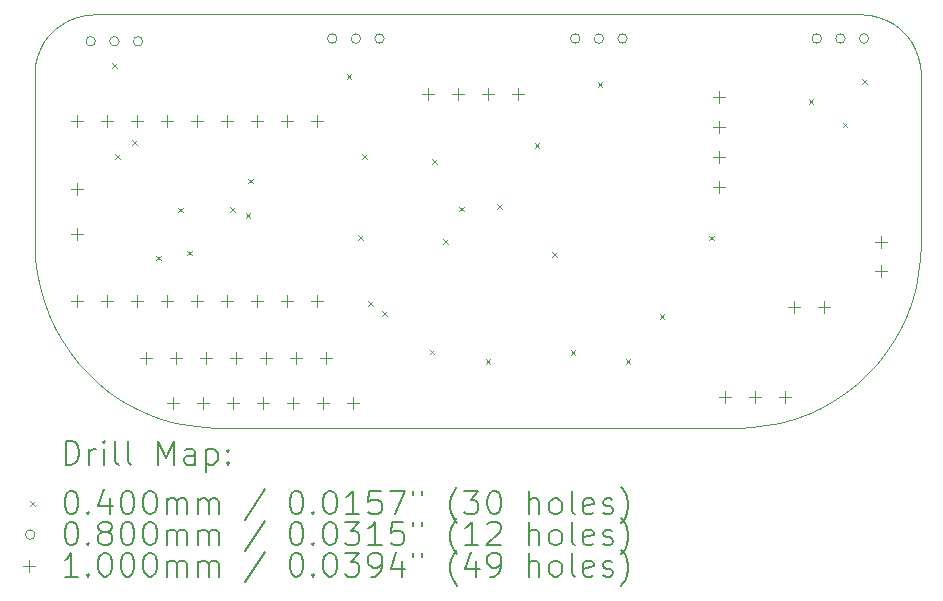
<source format=gbr>
%TF.GenerationSoftware,KiCad,Pcbnew,7.0.7*%
%TF.CreationDate,2024-09-13T11:59:38-05:00*%
%TF.ProjectId,LASK5,4c41534b-352e-46b6-9963-61645f706362,rev?*%
%TF.SameCoordinates,Original*%
%TF.FileFunction,Drillmap*%
%TF.FilePolarity,Positive*%
%FSLAX45Y45*%
G04 Gerber Fmt 4.5, Leading zero omitted, Abs format (unit mm)*
G04 Created by KiCad (PCBNEW 7.0.7) date 2024-09-13 11:59:38*
%MOMM*%
%LPD*%
G01*
G04 APERTURE LIST*
%ADD10C,0.003779*%
%ADD11C,0.200000*%
%ADD12C,0.040000*%
%ADD13C,0.080000*%
%ADD14C,0.100000*%
G04 APERTURE END LIST*
D10*
X12526400Y-10036100D02*
X12412200Y-9994000D01*
X18316499Y-9816000D02*
X18215299Y-9883600D01*
X18663099Y-6657200D02*
X18725700Y-6691400D01*
X11814500Y-6632300D02*
X11884200Y-6617100D01*
X18109100Y-9943100D02*
X17998599Y-9994000D01*
X18837399Y-9155200D02*
X18786500Y-9265700D01*
X18727000Y-9371900D02*
X18659399Y-9473100D01*
X11475700Y-6971100D02*
X11500600Y-6904300D01*
X17998599Y-9994000D02*
X17884399Y-10036100D01*
X15205400Y-10112000D02*
X13005400Y-10112000D01*
X12883800Y-10107200D02*
X12762900Y-10092900D01*
X11455400Y-7112000D02*
X11460500Y-7040800D01*
X11573400Y-9155200D02*
X11531300Y-9041000D01*
X11500600Y-6904300D02*
X11534800Y-6841700D01*
X18912599Y-8923800D02*
X18879499Y-9041000D01*
X12195500Y-9883600D02*
X12094300Y-9816000D01*
X11683800Y-9371900D02*
X11624300Y-9265700D01*
X18659399Y-9473100D02*
X18583999Y-9568600D01*
X11826800Y-9568600D02*
X11751400Y-9473100D01*
X12412200Y-9994000D02*
X12301700Y-9943100D01*
X17884399Y-10036100D02*
X17767199Y-10069200D01*
X11747700Y-6657200D02*
X11814500Y-6632300D01*
X12762900Y-10092900D02*
X12643600Y-10069200D01*
X11460500Y-7040800D02*
X11475700Y-6971100D01*
X18482200Y-9675740D02*
X18411999Y-9740600D01*
X18501399Y-9658000D02*
X18482200Y-9675740D01*
X17767199Y-10069200D02*
X17647900Y-10092900D01*
X11884200Y-6617100D02*
X11928600Y-6613920D01*
X18786500Y-9265700D02*
X18727000Y-9371900D01*
X12643600Y-10069200D02*
X12526400Y-10036100D01*
X18583999Y-9568600D02*
X18501399Y-9658000D01*
X18955399Y-8362000D02*
X18955399Y-8562000D01*
X11624300Y-9265700D02*
X11573400Y-9155200D01*
X17647900Y-10092900D02*
X17527000Y-10107200D01*
X18482200Y-6613920D02*
X18526600Y-6617100D01*
X18833299Y-6784600D02*
X18875999Y-6841700D01*
X17405400Y-10112000D02*
X15205400Y-10112000D01*
X18935099Y-6971100D02*
X18950300Y-7040800D01*
X11751400Y-9473100D02*
X11683800Y-9371900D01*
X11460200Y-8683600D02*
X11455400Y-8562000D01*
X18411999Y-9740600D02*
X18316499Y-9816000D01*
X11498200Y-8923800D02*
X11474500Y-8804500D01*
X11928600Y-6613920D02*
X11955400Y-6612000D01*
X11998800Y-9740600D02*
X11928600Y-9675740D01*
X13005400Y-10112000D02*
X12883800Y-10107200D01*
X18596299Y-6632300D02*
X18663099Y-6657200D01*
X18455399Y-6612000D02*
X18482200Y-6613920D01*
X18950599Y-8683600D02*
X18936299Y-8804500D01*
X11577500Y-6784600D02*
X11628000Y-6734100D01*
X18910200Y-6904300D02*
X18935099Y-6971100D01*
X11534800Y-6841700D02*
X11577500Y-6784600D01*
X18215299Y-9883600D02*
X18109100Y-9943100D01*
X11955400Y-6612000D02*
X15205400Y-6612000D01*
X11455400Y-8362000D02*
X11455400Y-7112000D01*
X12094300Y-9816000D02*
X11998800Y-9740600D01*
X11474500Y-8804500D02*
X11460200Y-8683600D01*
X18879499Y-9041000D02*
X18837399Y-9155200D01*
X18725700Y-6691400D02*
X18782799Y-6734100D01*
X11628000Y-6734100D02*
X11685100Y-6691400D01*
X11531300Y-9041000D02*
X11498200Y-8923800D01*
X18782799Y-6734100D02*
X18833299Y-6784600D01*
X18526600Y-6617100D02*
X18596299Y-6632300D01*
X11455400Y-8562000D02*
X11455400Y-8362000D01*
X11909400Y-9658000D02*
X11826800Y-9568600D01*
X11928600Y-9675740D02*
X11909400Y-9658000D01*
X17527000Y-10107200D02*
X17405400Y-10112000D01*
X12301700Y-9943100D02*
X12195500Y-9883600D01*
X18950300Y-7040800D02*
X18955399Y-7112000D01*
X18955399Y-7112000D02*
X18955399Y-8362000D01*
X15205400Y-6612000D02*
X18455399Y-6612000D01*
X11685100Y-6691400D02*
X11747700Y-6657200D01*
X18955399Y-8562000D02*
X18950599Y-8683600D01*
X18875999Y-6841700D02*
X18910200Y-6904300D01*
X18936299Y-8804500D02*
X18912599Y-8923800D01*
D11*
D12*
X12107480Y-7026210D02*
X12147480Y-7066210D01*
X12147480Y-7026210D02*
X12107480Y-7066210D01*
X12134800Y-7796830D02*
X12174800Y-7836830D01*
X12174800Y-7796830D02*
X12134800Y-7836830D01*
X12277540Y-7676910D02*
X12317540Y-7716910D01*
X12317540Y-7676910D02*
X12277540Y-7716910D01*
X12480580Y-8654570D02*
X12520580Y-8694570D01*
X12520580Y-8654570D02*
X12480580Y-8694570D01*
X12669930Y-8248060D02*
X12709930Y-8288060D01*
X12709930Y-8248060D02*
X12669930Y-8288060D01*
X12743500Y-8612640D02*
X12783500Y-8652640D01*
X12783500Y-8612640D02*
X12743500Y-8652640D01*
X13106330Y-8243940D02*
X13146330Y-8283940D01*
X13146330Y-8243940D02*
X13106330Y-8283940D01*
X13239580Y-8292180D02*
X13279580Y-8332180D01*
X13279580Y-8292180D02*
X13239580Y-8332180D01*
X13258500Y-8003840D02*
X13298500Y-8043840D01*
X13298500Y-8003840D02*
X13258500Y-8043840D01*
X14096040Y-7115470D02*
X14136040Y-7155470D01*
X14136040Y-7115470D02*
X14096040Y-7155470D01*
X14193550Y-8482400D02*
X14233550Y-8522400D01*
X14233550Y-8482400D02*
X14193550Y-8522400D01*
X14228820Y-7796600D02*
X14268820Y-7836600D01*
X14268820Y-7796600D02*
X14228820Y-7836600D01*
X14274880Y-9040320D02*
X14314880Y-9080320D01*
X14314880Y-9040320D02*
X14274880Y-9080320D01*
X14393830Y-9124510D02*
X14433830Y-9164510D01*
X14433830Y-9124510D02*
X14393830Y-9164510D01*
X14798280Y-9451540D02*
X14838280Y-9491540D01*
X14838280Y-9451540D02*
X14798280Y-9491540D01*
X14817100Y-7839020D02*
X14857100Y-7879020D01*
X14857100Y-7839020D02*
X14817100Y-7879020D01*
X14914850Y-8514400D02*
X14954850Y-8554400D01*
X14954850Y-8514400D02*
X14914850Y-8554400D01*
X15047800Y-8240600D02*
X15087800Y-8280600D01*
X15087800Y-8240600D02*
X15047800Y-8280600D01*
X15270800Y-9531180D02*
X15310800Y-9571180D01*
X15310800Y-9531180D02*
X15270800Y-9571180D01*
X15369800Y-8217970D02*
X15409800Y-8257970D01*
X15409800Y-8217970D02*
X15369800Y-8257970D01*
X15686810Y-7699500D02*
X15726810Y-7739500D01*
X15726810Y-7699500D02*
X15686810Y-7739500D01*
X15831910Y-8624540D02*
X15871910Y-8664540D01*
X15871910Y-8624540D02*
X15831910Y-8664540D01*
X15991070Y-9453750D02*
X16031070Y-9493750D01*
X16031070Y-9453750D02*
X15991070Y-9493750D01*
X16220030Y-7186970D02*
X16260030Y-7226970D01*
X16260030Y-7186970D02*
X16220030Y-7226970D01*
X16456800Y-9532130D02*
X16496800Y-9572130D01*
X16496800Y-9532130D02*
X16456800Y-9572130D01*
X16745290Y-9147470D02*
X16785290Y-9187470D01*
X16785290Y-9147470D02*
X16745290Y-9187470D01*
X17164360Y-8484710D02*
X17204360Y-8524710D01*
X17204360Y-8484710D02*
X17164360Y-8524710D01*
X18006960Y-7332000D02*
X18046960Y-7372000D01*
X18046960Y-7332000D02*
X18006960Y-7372000D01*
X18294530Y-7528340D02*
X18334530Y-7568340D01*
X18334530Y-7528340D02*
X18294530Y-7568340D01*
X18457040Y-7162560D02*
X18497040Y-7202560D01*
X18497040Y-7162560D02*
X18457040Y-7202560D01*
D13*
X11968500Y-6839860D02*
G75*
G03*
X11968500Y-6839860I-40000J0D01*
G01*
X12168500Y-6839860D02*
G75*
G03*
X12168500Y-6839860I-40000J0D01*
G01*
X12368500Y-6839860D02*
G75*
G03*
X12368500Y-6839860I-40000J0D01*
G01*
X14013200Y-6816760D02*
G75*
G03*
X14013200Y-6816760I-40000J0D01*
G01*
X14213200Y-6816760D02*
G75*
G03*
X14213200Y-6816760I-40000J0D01*
G01*
X14413200Y-6816760D02*
G75*
G03*
X14413200Y-6816760I-40000J0D01*
G01*
X16070600Y-6816760D02*
G75*
G03*
X16070600Y-6816760I-40000J0D01*
G01*
X16270600Y-6816760D02*
G75*
G03*
X16270600Y-6816760I-40000J0D01*
G01*
X16470600Y-6816760D02*
G75*
G03*
X16470600Y-6816760I-40000J0D01*
G01*
X18115300Y-6816760D02*
G75*
G03*
X18115300Y-6816760I-40000J0D01*
G01*
X18315300Y-6816760D02*
G75*
G03*
X18315300Y-6816760I-40000J0D01*
G01*
X18515300Y-6816760D02*
G75*
G03*
X18515300Y-6816760I-40000J0D01*
G01*
D14*
X11811000Y-7468400D02*
X11811000Y-7568400D01*
X11761000Y-7518400D02*
X11861000Y-7518400D01*
X11811000Y-8039900D02*
X11811000Y-8139900D01*
X11761000Y-8089900D02*
X11861000Y-8089900D01*
X11811000Y-8420900D02*
X11811000Y-8520900D01*
X11761000Y-8470900D02*
X11861000Y-8470900D01*
X11811000Y-8992400D02*
X11811000Y-9092400D01*
X11761000Y-9042400D02*
X11861000Y-9042400D01*
X12065000Y-7468400D02*
X12065000Y-7568400D01*
X12015000Y-7518400D02*
X12115000Y-7518400D01*
X12065000Y-8992400D02*
X12065000Y-9092400D01*
X12015000Y-9042400D02*
X12115000Y-9042400D01*
X12319000Y-7468400D02*
X12319000Y-7568400D01*
X12269000Y-7518400D02*
X12369000Y-7518400D01*
X12319000Y-8992400D02*
X12319000Y-9092400D01*
X12269000Y-9042400D02*
X12369000Y-9042400D01*
X12395200Y-9475000D02*
X12395200Y-9575000D01*
X12345200Y-9525000D02*
X12445200Y-9525000D01*
X12573000Y-7468400D02*
X12573000Y-7568400D01*
X12523000Y-7518400D02*
X12623000Y-7518400D01*
X12573000Y-8992400D02*
X12573000Y-9092400D01*
X12523000Y-9042400D02*
X12623000Y-9042400D01*
X12623800Y-9856000D02*
X12623800Y-9956000D01*
X12573800Y-9906000D02*
X12673800Y-9906000D01*
X12649200Y-9475000D02*
X12649200Y-9575000D01*
X12599200Y-9525000D02*
X12699200Y-9525000D01*
X12827000Y-7468400D02*
X12827000Y-7568400D01*
X12777000Y-7518400D02*
X12877000Y-7518400D01*
X12827000Y-8992400D02*
X12827000Y-9092400D01*
X12777000Y-9042400D02*
X12877000Y-9042400D01*
X12877800Y-9856000D02*
X12877800Y-9956000D01*
X12827800Y-9906000D02*
X12927800Y-9906000D01*
X12903200Y-9475000D02*
X12903200Y-9575000D01*
X12853200Y-9525000D02*
X12953200Y-9525000D01*
X13081000Y-7468400D02*
X13081000Y-7568400D01*
X13031000Y-7518400D02*
X13131000Y-7518400D01*
X13081000Y-8992400D02*
X13081000Y-9092400D01*
X13031000Y-9042400D02*
X13131000Y-9042400D01*
X13131800Y-9856000D02*
X13131800Y-9956000D01*
X13081800Y-9906000D02*
X13181800Y-9906000D01*
X13157200Y-9475000D02*
X13157200Y-9575000D01*
X13107200Y-9525000D02*
X13207200Y-9525000D01*
X13335000Y-7468400D02*
X13335000Y-7568400D01*
X13285000Y-7518400D02*
X13385000Y-7518400D01*
X13335000Y-8992400D02*
X13335000Y-9092400D01*
X13285000Y-9042400D02*
X13385000Y-9042400D01*
X13385800Y-9856000D02*
X13385800Y-9956000D01*
X13335800Y-9906000D02*
X13435800Y-9906000D01*
X13411200Y-9475000D02*
X13411200Y-9575000D01*
X13361200Y-9525000D02*
X13461200Y-9525000D01*
X13589000Y-7468400D02*
X13589000Y-7568400D01*
X13539000Y-7518400D02*
X13639000Y-7518400D01*
X13589000Y-8992400D02*
X13589000Y-9092400D01*
X13539000Y-9042400D02*
X13639000Y-9042400D01*
X13639800Y-9856000D02*
X13639800Y-9956000D01*
X13589800Y-9906000D02*
X13689800Y-9906000D01*
X13665200Y-9475000D02*
X13665200Y-9575000D01*
X13615200Y-9525000D02*
X13715200Y-9525000D01*
X13843000Y-7468400D02*
X13843000Y-7568400D01*
X13793000Y-7518400D02*
X13893000Y-7518400D01*
X13843000Y-8992400D02*
X13843000Y-9092400D01*
X13793000Y-9042400D02*
X13893000Y-9042400D01*
X13893800Y-9856000D02*
X13893800Y-9956000D01*
X13843800Y-9906000D02*
X13943800Y-9906000D01*
X13919200Y-9475000D02*
X13919200Y-9575000D01*
X13869200Y-9525000D02*
X13969200Y-9525000D01*
X14147800Y-9856000D02*
X14147800Y-9956000D01*
X14097800Y-9906000D02*
X14197800Y-9906000D01*
X14782800Y-7239800D02*
X14782800Y-7339800D01*
X14732800Y-7289800D02*
X14832800Y-7289800D01*
X15036800Y-7239800D02*
X15036800Y-7339800D01*
X14986800Y-7289800D02*
X15086800Y-7289800D01*
X15290800Y-7239800D02*
X15290800Y-7339800D01*
X15240800Y-7289800D02*
X15340800Y-7289800D01*
X15544800Y-7239800D02*
X15544800Y-7339800D01*
X15494800Y-7289800D02*
X15594800Y-7289800D01*
X17246600Y-7265200D02*
X17246600Y-7365200D01*
X17196600Y-7315200D02*
X17296600Y-7315200D01*
X17246600Y-7519200D02*
X17246600Y-7619200D01*
X17196600Y-7569200D02*
X17296600Y-7569200D01*
X17246600Y-7773200D02*
X17246600Y-7873200D01*
X17196600Y-7823200D02*
X17296600Y-7823200D01*
X17246600Y-8027200D02*
X17246600Y-8127200D01*
X17196600Y-8077200D02*
X17296600Y-8077200D01*
X17297400Y-9805200D02*
X17297400Y-9905200D01*
X17247400Y-9855200D02*
X17347400Y-9855200D01*
X17551400Y-9805200D02*
X17551400Y-9905200D01*
X17501400Y-9855200D02*
X17601400Y-9855200D01*
X17805400Y-9805200D02*
X17805400Y-9905200D01*
X17755400Y-9855200D02*
X17855400Y-9855200D01*
X17881600Y-9043200D02*
X17881600Y-9143200D01*
X17831600Y-9093200D02*
X17931600Y-9093200D01*
X18135600Y-9043200D02*
X18135600Y-9143200D01*
X18085600Y-9093200D02*
X18185600Y-9093200D01*
X18618200Y-8488400D02*
X18618200Y-8588400D01*
X18568200Y-8538400D02*
X18668200Y-8538400D01*
X18618200Y-8738400D02*
X18618200Y-8838400D01*
X18568200Y-8788400D02*
X18668200Y-8788400D01*
D11*
X11715988Y-10423673D02*
X11715988Y-10223673D01*
X11715988Y-10223673D02*
X11763607Y-10223673D01*
X11763607Y-10223673D02*
X11792178Y-10233197D01*
X11792178Y-10233197D02*
X11811226Y-10252244D01*
X11811226Y-10252244D02*
X11820750Y-10271292D01*
X11820750Y-10271292D02*
X11830274Y-10309387D01*
X11830274Y-10309387D02*
X11830274Y-10337958D01*
X11830274Y-10337958D02*
X11820750Y-10376054D01*
X11820750Y-10376054D02*
X11811226Y-10395101D01*
X11811226Y-10395101D02*
X11792178Y-10414149D01*
X11792178Y-10414149D02*
X11763607Y-10423673D01*
X11763607Y-10423673D02*
X11715988Y-10423673D01*
X11915988Y-10423673D02*
X11915988Y-10290339D01*
X11915988Y-10328435D02*
X11925512Y-10309387D01*
X11925512Y-10309387D02*
X11935035Y-10299863D01*
X11935035Y-10299863D02*
X11954083Y-10290339D01*
X11954083Y-10290339D02*
X11973131Y-10290339D01*
X12039797Y-10423673D02*
X12039797Y-10290339D01*
X12039797Y-10223673D02*
X12030274Y-10233197D01*
X12030274Y-10233197D02*
X12039797Y-10242720D01*
X12039797Y-10242720D02*
X12049321Y-10233197D01*
X12049321Y-10233197D02*
X12039797Y-10223673D01*
X12039797Y-10223673D02*
X12039797Y-10242720D01*
X12163607Y-10423673D02*
X12144559Y-10414149D01*
X12144559Y-10414149D02*
X12135035Y-10395101D01*
X12135035Y-10395101D02*
X12135035Y-10223673D01*
X12268369Y-10423673D02*
X12249321Y-10414149D01*
X12249321Y-10414149D02*
X12239797Y-10395101D01*
X12239797Y-10395101D02*
X12239797Y-10223673D01*
X12496940Y-10423673D02*
X12496940Y-10223673D01*
X12496940Y-10223673D02*
X12563607Y-10366530D01*
X12563607Y-10366530D02*
X12630274Y-10223673D01*
X12630274Y-10223673D02*
X12630274Y-10423673D01*
X12811226Y-10423673D02*
X12811226Y-10318911D01*
X12811226Y-10318911D02*
X12801702Y-10299863D01*
X12801702Y-10299863D02*
X12782655Y-10290339D01*
X12782655Y-10290339D02*
X12744559Y-10290339D01*
X12744559Y-10290339D02*
X12725512Y-10299863D01*
X12811226Y-10414149D02*
X12792178Y-10423673D01*
X12792178Y-10423673D02*
X12744559Y-10423673D01*
X12744559Y-10423673D02*
X12725512Y-10414149D01*
X12725512Y-10414149D02*
X12715988Y-10395101D01*
X12715988Y-10395101D02*
X12715988Y-10376054D01*
X12715988Y-10376054D02*
X12725512Y-10357006D01*
X12725512Y-10357006D02*
X12744559Y-10347482D01*
X12744559Y-10347482D02*
X12792178Y-10347482D01*
X12792178Y-10347482D02*
X12811226Y-10337958D01*
X12906464Y-10290339D02*
X12906464Y-10490339D01*
X12906464Y-10299863D02*
X12925512Y-10290339D01*
X12925512Y-10290339D02*
X12963607Y-10290339D01*
X12963607Y-10290339D02*
X12982655Y-10299863D01*
X12982655Y-10299863D02*
X12992178Y-10309387D01*
X12992178Y-10309387D02*
X13001702Y-10328435D01*
X13001702Y-10328435D02*
X13001702Y-10385577D01*
X13001702Y-10385577D02*
X12992178Y-10404625D01*
X12992178Y-10404625D02*
X12982655Y-10414149D01*
X12982655Y-10414149D02*
X12963607Y-10423673D01*
X12963607Y-10423673D02*
X12925512Y-10423673D01*
X12925512Y-10423673D02*
X12906464Y-10414149D01*
X13087416Y-10404625D02*
X13096940Y-10414149D01*
X13096940Y-10414149D02*
X13087416Y-10423673D01*
X13087416Y-10423673D02*
X13077893Y-10414149D01*
X13077893Y-10414149D02*
X13087416Y-10404625D01*
X13087416Y-10404625D02*
X13087416Y-10423673D01*
X13087416Y-10299863D02*
X13096940Y-10309387D01*
X13096940Y-10309387D02*
X13087416Y-10318911D01*
X13087416Y-10318911D02*
X13077893Y-10309387D01*
X13077893Y-10309387D02*
X13087416Y-10299863D01*
X13087416Y-10299863D02*
X13087416Y-10318911D01*
D12*
X11415211Y-10732189D02*
X11455211Y-10772189D01*
X11455211Y-10732189D02*
X11415211Y-10772189D01*
D11*
X11754083Y-10643673D02*
X11773131Y-10643673D01*
X11773131Y-10643673D02*
X11792178Y-10653197D01*
X11792178Y-10653197D02*
X11801702Y-10662720D01*
X11801702Y-10662720D02*
X11811226Y-10681768D01*
X11811226Y-10681768D02*
X11820750Y-10719863D01*
X11820750Y-10719863D02*
X11820750Y-10767482D01*
X11820750Y-10767482D02*
X11811226Y-10805577D01*
X11811226Y-10805577D02*
X11801702Y-10824625D01*
X11801702Y-10824625D02*
X11792178Y-10834149D01*
X11792178Y-10834149D02*
X11773131Y-10843673D01*
X11773131Y-10843673D02*
X11754083Y-10843673D01*
X11754083Y-10843673D02*
X11735035Y-10834149D01*
X11735035Y-10834149D02*
X11725512Y-10824625D01*
X11725512Y-10824625D02*
X11715988Y-10805577D01*
X11715988Y-10805577D02*
X11706464Y-10767482D01*
X11706464Y-10767482D02*
X11706464Y-10719863D01*
X11706464Y-10719863D02*
X11715988Y-10681768D01*
X11715988Y-10681768D02*
X11725512Y-10662720D01*
X11725512Y-10662720D02*
X11735035Y-10653197D01*
X11735035Y-10653197D02*
X11754083Y-10643673D01*
X11906464Y-10824625D02*
X11915988Y-10834149D01*
X11915988Y-10834149D02*
X11906464Y-10843673D01*
X11906464Y-10843673D02*
X11896940Y-10834149D01*
X11896940Y-10834149D02*
X11906464Y-10824625D01*
X11906464Y-10824625D02*
X11906464Y-10843673D01*
X12087416Y-10710339D02*
X12087416Y-10843673D01*
X12039797Y-10634149D02*
X11992178Y-10777006D01*
X11992178Y-10777006D02*
X12115988Y-10777006D01*
X12230274Y-10643673D02*
X12249321Y-10643673D01*
X12249321Y-10643673D02*
X12268369Y-10653197D01*
X12268369Y-10653197D02*
X12277893Y-10662720D01*
X12277893Y-10662720D02*
X12287416Y-10681768D01*
X12287416Y-10681768D02*
X12296940Y-10719863D01*
X12296940Y-10719863D02*
X12296940Y-10767482D01*
X12296940Y-10767482D02*
X12287416Y-10805577D01*
X12287416Y-10805577D02*
X12277893Y-10824625D01*
X12277893Y-10824625D02*
X12268369Y-10834149D01*
X12268369Y-10834149D02*
X12249321Y-10843673D01*
X12249321Y-10843673D02*
X12230274Y-10843673D01*
X12230274Y-10843673D02*
X12211226Y-10834149D01*
X12211226Y-10834149D02*
X12201702Y-10824625D01*
X12201702Y-10824625D02*
X12192178Y-10805577D01*
X12192178Y-10805577D02*
X12182655Y-10767482D01*
X12182655Y-10767482D02*
X12182655Y-10719863D01*
X12182655Y-10719863D02*
X12192178Y-10681768D01*
X12192178Y-10681768D02*
X12201702Y-10662720D01*
X12201702Y-10662720D02*
X12211226Y-10653197D01*
X12211226Y-10653197D02*
X12230274Y-10643673D01*
X12420750Y-10643673D02*
X12439797Y-10643673D01*
X12439797Y-10643673D02*
X12458845Y-10653197D01*
X12458845Y-10653197D02*
X12468369Y-10662720D01*
X12468369Y-10662720D02*
X12477893Y-10681768D01*
X12477893Y-10681768D02*
X12487416Y-10719863D01*
X12487416Y-10719863D02*
X12487416Y-10767482D01*
X12487416Y-10767482D02*
X12477893Y-10805577D01*
X12477893Y-10805577D02*
X12468369Y-10824625D01*
X12468369Y-10824625D02*
X12458845Y-10834149D01*
X12458845Y-10834149D02*
X12439797Y-10843673D01*
X12439797Y-10843673D02*
X12420750Y-10843673D01*
X12420750Y-10843673D02*
X12401702Y-10834149D01*
X12401702Y-10834149D02*
X12392178Y-10824625D01*
X12392178Y-10824625D02*
X12382655Y-10805577D01*
X12382655Y-10805577D02*
X12373131Y-10767482D01*
X12373131Y-10767482D02*
X12373131Y-10719863D01*
X12373131Y-10719863D02*
X12382655Y-10681768D01*
X12382655Y-10681768D02*
X12392178Y-10662720D01*
X12392178Y-10662720D02*
X12401702Y-10653197D01*
X12401702Y-10653197D02*
X12420750Y-10643673D01*
X12573131Y-10843673D02*
X12573131Y-10710339D01*
X12573131Y-10729387D02*
X12582655Y-10719863D01*
X12582655Y-10719863D02*
X12601702Y-10710339D01*
X12601702Y-10710339D02*
X12630274Y-10710339D01*
X12630274Y-10710339D02*
X12649321Y-10719863D01*
X12649321Y-10719863D02*
X12658845Y-10738911D01*
X12658845Y-10738911D02*
X12658845Y-10843673D01*
X12658845Y-10738911D02*
X12668369Y-10719863D01*
X12668369Y-10719863D02*
X12687416Y-10710339D01*
X12687416Y-10710339D02*
X12715988Y-10710339D01*
X12715988Y-10710339D02*
X12735036Y-10719863D01*
X12735036Y-10719863D02*
X12744559Y-10738911D01*
X12744559Y-10738911D02*
X12744559Y-10843673D01*
X12839797Y-10843673D02*
X12839797Y-10710339D01*
X12839797Y-10729387D02*
X12849321Y-10719863D01*
X12849321Y-10719863D02*
X12868369Y-10710339D01*
X12868369Y-10710339D02*
X12896940Y-10710339D01*
X12896940Y-10710339D02*
X12915988Y-10719863D01*
X12915988Y-10719863D02*
X12925512Y-10738911D01*
X12925512Y-10738911D02*
X12925512Y-10843673D01*
X12925512Y-10738911D02*
X12935036Y-10719863D01*
X12935036Y-10719863D02*
X12954083Y-10710339D01*
X12954083Y-10710339D02*
X12982655Y-10710339D01*
X12982655Y-10710339D02*
X13001702Y-10719863D01*
X13001702Y-10719863D02*
X13011226Y-10738911D01*
X13011226Y-10738911D02*
X13011226Y-10843673D01*
X13401702Y-10634149D02*
X13230274Y-10891292D01*
X13658845Y-10643673D02*
X13677893Y-10643673D01*
X13677893Y-10643673D02*
X13696940Y-10653197D01*
X13696940Y-10653197D02*
X13706464Y-10662720D01*
X13706464Y-10662720D02*
X13715988Y-10681768D01*
X13715988Y-10681768D02*
X13725512Y-10719863D01*
X13725512Y-10719863D02*
X13725512Y-10767482D01*
X13725512Y-10767482D02*
X13715988Y-10805577D01*
X13715988Y-10805577D02*
X13706464Y-10824625D01*
X13706464Y-10824625D02*
X13696940Y-10834149D01*
X13696940Y-10834149D02*
X13677893Y-10843673D01*
X13677893Y-10843673D02*
X13658845Y-10843673D01*
X13658845Y-10843673D02*
X13639798Y-10834149D01*
X13639798Y-10834149D02*
X13630274Y-10824625D01*
X13630274Y-10824625D02*
X13620750Y-10805577D01*
X13620750Y-10805577D02*
X13611226Y-10767482D01*
X13611226Y-10767482D02*
X13611226Y-10719863D01*
X13611226Y-10719863D02*
X13620750Y-10681768D01*
X13620750Y-10681768D02*
X13630274Y-10662720D01*
X13630274Y-10662720D02*
X13639798Y-10653197D01*
X13639798Y-10653197D02*
X13658845Y-10643673D01*
X13811226Y-10824625D02*
X13820750Y-10834149D01*
X13820750Y-10834149D02*
X13811226Y-10843673D01*
X13811226Y-10843673D02*
X13801702Y-10834149D01*
X13801702Y-10834149D02*
X13811226Y-10824625D01*
X13811226Y-10824625D02*
X13811226Y-10843673D01*
X13944559Y-10643673D02*
X13963607Y-10643673D01*
X13963607Y-10643673D02*
X13982655Y-10653197D01*
X13982655Y-10653197D02*
X13992179Y-10662720D01*
X13992179Y-10662720D02*
X14001702Y-10681768D01*
X14001702Y-10681768D02*
X14011226Y-10719863D01*
X14011226Y-10719863D02*
X14011226Y-10767482D01*
X14011226Y-10767482D02*
X14001702Y-10805577D01*
X14001702Y-10805577D02*
X13992179Y-10824625D01*
X13992179Y-10824625D02*
X13982655Y-10834149D01*
X13982655Y-10834149D02*
X13963607Y-10843673D01*
X13963607Y-10843673D02*
X13944559Y-10843673D01*
X13944559Y-10843673D02*
X13925512Y-10834149D01*
X13925512Y-10834149D02*
X13915988Y-10824625D01*
X13915988Y-10824625D02*
X13906464Y-10805577D01*
X13906464Y-10805577D02*
X13896940Y-10767482D01*
X13896940Y-10767482D02*
X13896940Y-10719863D01*
X13896940Y-10719863D02*
X13906464Y-10681768D01*
X13906464Y-10681768D02*
X13915988Y-10662720D01*
X13915988Y-10662720D02*
X13925512Y-10653197D01*
X13925512Y-10653197D02*
X13944559Y-10643673D01*
X14201702Y-10843673D02*
X14087417Y-10843673D01*
X14144559Y-10843673D02*
X14144559Y-10643673D01*
X14144559Y-10643673D02*
X14125512Y-10672244D01*
X14125512Y-10672244D02*
X14106464Y-10691292D01*
X14106464Y-10691292D02*
X14087417Y-10700816D01*
X14382655Y-10643673D02*
X14287417Y-10643673D01*
X14287417Y-10643673D02*
X14277893Y-10738911D01*
X14277893Y-10738911D02*
X14287417Y-10729387D01*
X14287417Y-10729387D02*
X14306464Y-10719863D01*
X14306464Y-10719863D02*
X14354083Y-10719863D01*
X14354083Y-10719863D02*
X14373131Y-10729387D01*
X14373131Y-10729387D02*
X14382655Y-10738911D01*
X14382655Y-10738911D02*
X14392179Y-10757958D01*
X14392179Y-10757958D02*
X14392179Y-10805577D01*
X14392179Y-10805577D02*
X14382655Y-10824625D01*
X14382655Y-10824625D02*
X14373131Y-10834149D01*
X14373131Y-10834149D02*
X14354083Y-10843673D01*
X14354083Y-10843673D02*
X14306464Y-10843673D01*
X14306464Y-10843673D02*
X14287417Y-10834149D01*
X14287417Y-10834149D02*
X14277893Y-10824625D01*
X14458845Y-10643673D02*
X14592179Y-10643673D01*
X14592179Y-10643673D02*
X14506464Y-10843673D01*
X14658845Y-10643673D02*
X14658845Y-10681768D01*
X14735036Y-10643673D02*
X14735036Y-10681768D01*
X15030274Y-10919863D02*
X15020750Y-10910339D01*
X15020750Y-10910339D02*
X15001702Y-10881768D01*
X15001702Y-10881768D02*
X14992179Y-10862720D01*
X14992179Y-10862720D02*
X14982655Y-10834149D01*
X14982655Y-10834149D02*
X14973131Y-10786530D01*
X14973131Y-10786530D02*
X14973131Y-10748435D01*
X14973131Y-10748435D02*
X14982655Y-10700816D01*
X14982655Y-10700816D02*
X14992179Y-10672244D01*
X14992179Y-10672244D02*
X15001702Y-10653197D01*
X15001702Y-10653197D02*
X15020750Y-10624625D01*
X15020750Y-10624625D02*
X15030274Y-10615101D01*
X15087417Y-10643673D02*
X15211226Y-10643673D01*
X15211226Y-10643673D02*
X15144560Y-10719863D01*
X15144560Y-10719863D02*
X15173131Y-10719863D01*
X15173131Y-10719863D02*
X15192179Y-10729387D01*
X15192179Y-10729387D02*
X15201702Y-10738911D01*
X15201702Y-10738911D02*
X15211226Y-10757958D01*
X15211226Y-10757958D02*
X15211226Y-10805577D01*
X15211226Y-10805577D02*
X15201702Y-10824625D01*
X15201702Y-10824625D02*
X15192179Y-10834149D01*
X15192179Y-10834149D02*
X15173131Y-10843673D01*
X15173131Y-10843673D02*
X15115988Y-10843673D01*
X15115988Y-10843673D02*
X15096941Y-10834149D01*
X15096941Y-10834149D02*
X15087417Y-10824625D01*
X15335036Y-10643673D02*
X15354083Y-10643673D01*
X15354083Y-10643673D02*
X15373131Y-10653197D01*
X15373131Y-10653197D02*
X15382655Y-10662720D01*
X15382655Y-10662720D02*
X15392179Y-10681768D01*
X15392179Y-10681768D02*
X15401702Y-10719863D01*
X15401702Y-10719863D02*
X15401702Y-10767482D01*
X15401702Y-10767482D02*
X15392179Y-10805577D01*
X15392179Y-10805577D02*
X15382655Y-10824625D01*
X15382655Y-10824625D02*
X15373131Y-10834149D01*
X15373131Y-10834149D02*
X15354083Y-10843673D01*
X15354083Y-10843673D02*
X15335036Y-10843673D01*
X15335036Y-10843673D02*
X15315988Y-10834149D01*
X15315988Y-10834149D02*
X15306464Y-10824625D01*
X15306464Y-10824625D02*
X15296941Y-10805577D01*
X15296941Y-10805577D02*
X15287417Y-10767482D01*
X15287417Y-10767482D02*
X15287417Y-10719863D01*
X15287417Y-10719863D02*
X15296941Y-10681768D01*
X15296941Y-10681768D02*
X15306464Y-10662720D01*
X15306464Y-10662720D02*
X15315988Y-10653197D01*
X15315988Y-10653197D02*
X15335036Y-10643673D01*
X15639798Y-10843673D02*
X15639798Y-10643673D01*
X15725512Y-10843673D02*
X15725512Y-10738911D01*
X15725512Y-10738911D02*
X15715988Y-10719863D01*
X15715988Y-10719863D02*
X15696941Y-10710339D01*
X15696941Y-10710339D02*
X15668369Y-10710339D01*
X15668369Y-10710339D02*
X15649322Y-10719863D01*
X15649322Y-10719863D02*
X15639798Y-10729387D01*
X15849322Y-10843673D02*
X15830274Y-10834149D01*
X15830274Y-10834149D02*
X15820750Y-10824625D01*
X15820750Y-10824625D02*
X15811226Y-10805577D01*
X15811226Y-10805577D02*
X15811226Y-10748435D01*
X15811226Y-10748435D02*
X15820750Y-10729387D01*
X15820750Y-10729387D02*
X15830274Y-10719863D01*
X15830274Y-10719863D02*
X15849322Y-10710339D01*
X15849322Y-10710339D02*
X15877893Y-10710339D01*
X15877893Y-10710339D02*
X15896941Y-10719863D01*
X15896941Y-10719863D02*
X15906464Y-10729387D01*
X15906464Y-10729387D02*
X15915988Y-10748435D01*
X15915988Y-10748435D02*
X15915988Y-10805577D01*
X15915988Y-10805577D02*
X15906464Y-10824625D01*
X15906464Y-10824625D02*
X15896941Y-10834149D01*
X15896941Y-10834149D02*
X15877893Y-10843673D01*
X15877893Y-10843673D02*
X15849322Y-10843673D01*
X16030274Y-10843673D02*
X16011226Y-10834149D01*
X16011226Y-10834149D02*
X16001703Y-10815101D01*
X16001703Y-10815101D02*
X16001703Y-10643673D01*
X16182655Y-10834149D02*
X16163607Y-10843673D01*
X16163607Y-10843673D02*
X16125512Y-10843673D01*
X16125512Y-10843673D02*
X16106464Y-10834149D01*
X16106464Y-10834149D02*
X16096941Y-10815101D01*
X16096941Y-10815101D02*
X16096941Y-10738911D01*
X16096941Y-10738911D02*
X16106464Y-10719863D01*
X16106464Y-10719863D02*
X16125512Y-10710339D01*
X16125512Y-10710339D02*
X16163607Y-10710339D01*
X16163607Y-10710339D02*
X16182655Y-10719863D01*
X16182655Y-10719863D02*
X16192179Y-10738911D01*
X16192179Y-10738911D02*
X16192179Y-10757958D01*
X16192179Y-10757958D02*
X16096941Y-10777006D01*
X16268369Y-10834149D02*
X16287417Y-10843673D01*
X16287417Y-10843673D02*
X16325512Y-10843673D01*
X16325512Y-10843673D02*
X16344560Y-10834149D01*
X16344560Y-10834149D02*
X16354084Y-10815101D01*
X16354084Y-10815101D02*
X16354084Y-10805577D01*
X16354084Y-10805577D02*
X16344560Y-10786530D01*
X16344560Y-10786530D02*
X16325512Y-10777006D01*
X16325512Y-10777006D02*
X16296941Y-10777006D01*
X16296941Y-10777006D02*
X16277893Y-10767482D01*
X16277893Y-10767482D02*
X16268369Y-10748435D01*
X16268369Y-10748435D02*
X16268369Y-10738911D01*
X16268369Y-10738911D02*
X16277893Y-10719863D01*
X16277893Y-10719863D02*
X16296941Y-10710339D01*
X16296941Y-10710339D02*
X16325512Y-10710339D01*
X16325512Y-10710339D02*
X16344560Y-10719863D01*
X16420750Y-10919863D02*
X16430274Y-10910339D01*
X16430274Y-10910339D02*
X16449322Y-10881768D01*
X16449322Y-10881768D02*
X16458845Y-10862720D01*
X16458845Y-10862720D02*
X16468369Y-10834149D01*
X16468369Y-10834149D02*
X16477893Y-10786530D01*
X16477893Y-10786530D02*
X16477893Y-10748435D01*
X16477893Y-10748435D02*
X16468369Y-10700816D01*
X16468369Y-10700816D02*
X16458845Y-10672244D01*
X16458845Y-10672244D02*
X16449322Y-10653197D01*
X16449322Y-10653197D02*
X16430274Y-10624625D01*
X16430274Y-10624625D02*
X16420750Y-10615101D01*
D13*
X11455211Y-11016189D02*
G75*
G03*
X11455211Y-11016189I-40000J0D01*
G01*
D11*
X11754083Y-10907673D02*
X11773131Y-10907673D01*
X11773131Y-10907673D02*
X11792178Y-10917197D01*
X11792178Y-10917197D02*
X11801702Y-10926720D01*
X11801702Y-10926720D02*
X11811226Y-10945768D01*
X11811226Y-10945768D02*
X11820750Y-10983863D01*
X11820750Y-10983863D02*
X11820750Y-11031482D01*
X11820750Y-11031482D02*
X11811226Y-11069577D01*
X11811226Y-11069577D02*
X11801702Y-11088625D01*
X11801702Y-11088625D02*
X11792178Y-11098149D01*
X11792178Y-11098149D02*
X11773131Y-11107673D01*
X11773131Y-11107673D02*
X11754083Y-11107673D01*
X11754083Y-11107673D02*
X11735035Y-11098149D01*
X11735035Y-11098149D02*
X11725512Y-11088625D01*
X11725512Y-11088625D02*
X11715988Y-11069577D01*
X11715988Y-11069577D02*
X11706464Y-11031482D01*
X11706464Y-11031482D02*
X11706464Y-10983863D01*
X11706464Y-10983863D02*
X11715988Y-10945768D01*
X11715988Y-10945768D02*
X11725512Y-10926720D01*
X11725512Y-10926720D02*
X11735035Y-10917197D01*
X11735035Y-10917197D02*
X11754083Y-10907673D01*
X11906464Y-11088625D02*
X11915988Y-11098149D01*
X11915988Y-11098149D02*
X11906464Y-11107673D01*
X11906464Y-11107673D02*
X11896940Y-11098149D01*
X11896940Y-11098149D02*
X11906464Y-11088625D01*
X11906464Y-11088625D02*
X11906464Y-11107673D01*
X12030274Y-10993387D02*
X12011226Y-10983863D01*
X12011226Y-10983863D02*
X12001702Y-10974339D01*
X12001702Y-10974339D02*
X11992178Y-10955292D01*
X11992178Y-10955292D02*
X11992178Y-10945768D01*
X11992178Y-10945768D02*
X12001702Y-10926720D01*
X12001702Y-10926720D02*
X12011226Y-10917197D01*
X12011226Y-10917197D02*
X12030274Y-10907673D01*
X12030274Y-10907673D02*
X12068369Y-10907673D01*
X12068369Y-10907673D02*
X12087416Y-10917197D01*
X12087416Y-10917197D02*
X12096940Y-10926720D01*
X12096940Y-10926720D02*
X12106464Y-10945768D01*
X12106464Y-10945768D02*
X12106464Y-10955292D01*
X12106464Y-10955292D02*
X12096940Y-10974339D01*
X12096940Y-10974339D02*
X12087416Y-10983863D01*
X12087416Y-10983863D02*
X12068369Y-10993387D01*
X12068369Y-10993387D02*
X12030274Y-10993387D01*
X12030274Y-10993387D02*
X12011226Y-11002911D01*
X12011226Y-11002911D02*
X12001702Y-11012435D01*
X12001702Y-11012435D02*
X11992178Y-11031482D01*
X11992178Y-11031482D02*
X11992178Y-11069577D01*
X11992178Y-11069577D02*
X12001702Y-11088625D01*
X12001702Y-11088625D02*
X12011226Y-11098149D01*
X12011226Y-11098149D02*
X12030274Y-11107673D01*
X12030274Y-11107673D02*
X12068369Y-11107673D01*
X12068369Y-11107673D02*
X12087416Y-11098149D01*
X12087416Y-11098149D02*
X12096940Y-11088625D01*
X12096940Y-11088625D02*
X12106464Y-11069577D01*
X12106464Y-11069577D02*
X12106464Y-11031482D01*
X12106464Y-11031482D02*
X12096940Y-11012435D01*
X12096940Y-11012435D02*
X12087416Y-11002911D01*
X12087416Y-11002911D02*
X12068369Y-10993387D01*
X12230274Y-10907673D02*
X12249321Y-10907673D01*
X12249321Y-10907673D02*
X12268369Y-10917197D01*
X12268369Y-10917197D02*
X12277893Y-10926720D01*
X12277893Y-10926720D02*
X12287416Y-10945768D01*
X12287416Y-10945768D02*
X12296940Y-10983863D01*
X12296940Y-10983863D02*
X12296940Y-11031482D01*
X12296940Y-11031482D02*
X12287416Y-11069577D01*
X12287416Y-11069577D02*
X12277893Y-11088625D01*
X12277893Y-11088625D02*
X12268369Y-11098149D01*
X12268369Y-11098149D02*
X12249321Y-11107673D01*
X12249321Y-11107673D02*
X12230274Y-11107673D01*
X12230274Y-11107673D02*
X12211226Y-11098149D01*
X12211226Y-11098149D02*
X12201702Y-11088625D01*
X12201702Y-11088625D02*
X12192178Y-11069577D01*
X12192178Y-11069577D02*
X12182655Y-11031482D01*
X12182655Y-11031482D02*
X12182655Y-10983863D01*
X12182655Y-10983863D02*
X12192178Y-10945768D01*
X12192178Y-10945768D02*
X12201702Y-10926720D01*
X12201702Y-10926720D02*
X12211226Y-10917197D01*
X12211226Y-10917197D02*
X12230274Y-10907673D01*
X12420750Y-10907673D02*
X12439797Y-10907673D01*
X12439797Y-10907673D02*
X12458845Y-10917197D01*
X12458845Y-10917197D02*
X12468369Y-10926720D01*
X12468369Y-10926720D02*
X12477893Y-10945768D01*
X12477893Y-10945768D02*
X12487416Y-10983863D01*
X12487416Y-10983863D02*
X12487416Y-11031482D01*
X12487416Y-11031482D02*
X12477893Y-11069577D01*
X12477893Y-11069577D02*
X12468369Y-11088625D01*
X12468369Y-11088625D02*
X12458845Y-11098149D01*
X12458845Y-11098149D02*
X12439797Y-11107673D01*
X12439797Y-11107673D02*
X12420750Y-11107673D01*
X12420750Y-11107673D02*
X12401702Y-11098149D01*
X12401702Y-11098149D02*
X12392178Y-11088625D01*
X12392178Y-11088625D02*
X12382655Y-11069577D01*
X12382655Y-11069577D02*
X12373131Y-11031482D01*
X12373131Y-11031482D02*
X12373131Y-10983863D01*
X12373131Y-10983863D02*
X12382655Y-10945768D01*
X12382655Y-10945768D02*
X12392178Y-10926720D01*
X12392178Y-10926720D02*
X12401702Y-10917197D01*
X12401702Y-10917197D02*
X12420750Y-10907673D01*
X12573131Y-11107673D02*
X12573131Y-10974339D01*
X12573131Y-10993387D02*
X12582655Y-10983863D01*
X12582655Y-10983863D02*
X12601702Y-10974339D01*
X12601702Y-10974339D02*
X12630274Y-10974339D01*
X12630274Y-10974339D02*
X12649321Y-10983863D01*
X12649321Y-10983863D02*
X12658845Y-11002911D01*
X12658845Y-11002911D02*
X12658845Y-11107673D01*
X12658845Y-11002911D02*
X12668369Y-10983863D01*
X12668369Y-10983863D02*
X12687416Y-10974339D01*
X12687416Y-10974339D02*
X12715988Y-10974339D01*
X12715988Y-10974339D02*
X12735036Y-10983863D01*
X12735036Y-10983863D02*
X12744559Y-11002911D01*
X12744559Y-11002911D02*
X12744559Y-11107673D01*
X12839797Y-11107673D02*
X12839797Y-10974339D01*
X12839797Y-10993387D02*
X12849321Y-10983863D01*
X12849321Y-10983863D02*
X12868369Y-10974339D01*
X12868369Y-10974339D02*
X12896940Y-10974339D01*
X12896940Y-10974339D02*
X12915988Y-10983863D01*
X12915988Y-10983863D02*
X12925512Y-11002911D01*
X12925512Y-11002911D02*
X12925512Y-11107673D01*
X12925512Y-11002911D02*
X12935036Y-10983863D01*
X12935036Y-10983863D02*
X12954083Y-10974339D01*
X12954083Y-10974339D02*
X12982655Y-10974339D01*
X12982655Y-10974339D02*
X13001702Y-10983863D01*
X13001702Y-10983863D02*
X13011226Y-11002911D01*
X13011226Y-11002911D02*
X13011226Y-11107673D01*
X13401702Y-10898149D02*
X13230274Y-11155292D01*
X13658845Y-10907673D02*
X13677893Y-10907673D01*
X13677893Y-10907673D02*
X13696940Y-10917197D01*
X13696940Y-10917197D02*
X13706464Y-10926720D01*
X13706464Y-10926720D02*
X13715988Y-10945768D01*
X13715988Y-10945768D02*
X13725512Y-10983863D01*
X13725512Y-10983863D02*
X13725512Y-11031482D01*
X13725512Y-11031482D02*
X13715988Y-11069577D01*
X13715988Y-11069577D02*
X13706464Y-11088625D01*
X13706464Y-11088625D02*
X13696940Y-11098149D01*
X13696940Y-11098149D02*
X13677893Y-11107673D01*
X13677893Y-11107673D02*
X13658845Y-11107673D01*
X13658845Y-11107673D02*
X13639798Y-11098149D01*
X13639798Y-11098149D02*
X13630274Y-11088625D01*
X13630274Y-11088625D02*
X13620750Y-11069577D01*
X13620750Y-11069577D02*
X13611226Y-11031482D01*
X13611226Y-11031482D02*
X13611226Y-10983863D01*
X13611226Y-10983863D02*
X13620750Y-10945768D01*
X13620750Y-10945768D02*
X13630274Y-10926720D01*
X13630274Y-10926720D02*
X13639798Y-10917197D01*
X13639798Y-10917197D02*
X13658845Y-10907673D01*
X13811226Y-11088625D02*
X13820750Y-11098149D01*
X13820750Y-11098149D02*
X13811226Y-11107673D01*
X13811226Y-11107673D02*
X13801702Y-11098149D01*
X13801702Y-11098149D02*
X13811226Y-11088625D01*
X13811226Y-11088625D02*
X13811226Y-11107673D01*
X13944559Y-10907673D02*
X13963607Y-10907673D01*
X13963607Y-10907673D02*
X13982655Y-10917197D01*
X13982655Y-10917197D02*
X13992179Y-10926720D01*
X13992179Y-10926720D02*
X14001702Y-10945768D01*
X14001702Y-10945768D02*
X14011226Y-10983863D01*
X14011226Y-10983863D02*
X14011226Y-11031482D01*
X14011226Y-11031482D02*
X14001702Y-11069577D01*
X14001702Y-11069577D02*
X13992179Y-11088625D01*
X13992179Y-11088625D02*
X13982655Y-11098149D01*
X13982655Y-11098149D02*
X13963607Y-11107673D01*
X13963607Y-11107673D02*
X13944559Y-11107673D01*
X13944559Y-11107673D02*
X13925512Y-11098149D01*
X13925512Y-11098149D02*
X13915988Y-11088625D01*
X13915988Y-11088625D02*
X13906464Y-11069577D01*
X13906464Y-11069577D02*
X13896940Y-11031482D01*
X13896940Y-11031482D02*
X13896940Y-10983863D01*
X13896940Y-10983863D02*
X13906464Y-10945768D01*
X13906464Y-10945768D02*
X13915988Y-10926720D01*
X13915988Y-10926720D02*
X13925512Y-10917197D01*
X13925512Y-10917197D02*
X13944559Y-10907673D01*
X14077893Y-10907673D02*
X14201702Y-10907673D01*
X14201702Y-10907673D02*
X14135036Y-10983863D01*
X14135036Y-10983863D02*
X14163607Y-10983863D01*
X14163607Y-10983863D02*
X14182655Y-10993387D01*
X14182655Y-10993387D02*
X14192179Y-11002911D01*
X14192179Y-11002911D02*
X14201702Y-11021958D01*
X14201702Y-11021958D02*
X14201702Y-11069577D01*
X14201702Y-11069577D02*
X14192179Y-11088625D01*
X14192179Y-11088625D02*
X14182655Y-11098149D01*
X14182655Y-11098149D02*
X14163607Y-11107673D01*
X14163607Y-11107673D02*
X14106464Y-11107673D01*
X14106464Y-11107673D02*
X14087417Y-11098149D01*
X14087417Y-11098149D02*
X14077893Y-11088625D01*
X14392179Y-11107673D02*
X14277893Y-11107673D01*
X14335036Y-11107673D02*
X14335036Y-10907673D01*
X14335036Y-10907673D02*
X14315988Y-10936244D01*
X14315988Y-10936244D02*
X14296940Y-10955292D01*
X14296940Y-10955292D02*
X14277893Y-10964816D01*
X14573131Y-10907673D02*
X14477893Y-10907673D01*
X14477893Y-10907673D02*
X14468369Y-11002911D01*
X14468369Y-11002911D02*
X14477893Y-10993387D01*
X14477893Y-10993387D02*
X14496940Y-10983863D01*
X14496940Y-10983863D02*
X14544560Y-10983863D01*
X14544560Y-10983863D02*
X14563607Y-10993387D01*
X14563607Y-10993387D02*
X14573131Y-11002911D01*
X14573131Y-11002911D02*
X14582655Y-11021958D01*
X14582655Y-11021958D02*
X14582655Y-11069577D01*
X14582655Y-11069577D02*
X14573131Y-11088625D01*
X14573131Y-11088625D02*
X14563607Y-11098149D01*
X14563607Y-11098149D02*
X14544560Y-11107673D01*
X14544560Y-11107673D02*
X14496940Y-11107673D01*
X14496940Y-11107673D02*
X14477893Y-11098149D01*
X14477893Y-11098149D02*
X14468369Y-11088625D01*
X14658845Y-10907673D02*
X14658845Y-10945768D01*
X14735036Y-10907673D02*
X14735036Y-10945768D01*
X15030274Y-11183863D02*
X15020750Y-11174339D01*
X15020750Y-11174339D02*
X15001702Y-11145768D01*
X15001702Y-11145768D02*
X14992179Y-11126720D01*
X14992179Y-11126720D02*
X14982655Y-11098149D01*
X14982655Y-11098149D02*
X14973131Y-11050530D01*
X14973131Y-11050530D02*
X14973131Y-11012435D01*
X14973131Y-11012435D02*
X14982655Y-10964816D01*
X14982655Y-10964816D02*
X14992179Y-10936244D01*
X14992179Y-10936244D02*
X15001702Y-10917197D01*
X15001702Y-10917197D02*
X15020750Y-10888625D01*
X15020750Y-10888625D02*
X15030274Y-10879101D01*
X15211226Y-11107673D02*
X15096941Y-11107673D01*
X15154083Y-11107673D02*
X15154083Y-10907673D01*
X15154083Y-10907673D02*
X15135036Y-10936244D01*
X15135036Y-10936244D02*
X15115988Y-10955292D01*
X15115988Y-10955292D02*
X15096941Y-10964816D01*
X15287417Y-10926720D02*
X15296941Y-10917197D01*
X15296941Y-10917197D02*
X15315988Y-10907673D01*
X15315988Y-10907673D02*
X15363607Y-10907673D01*
X15363607Y-10907673D02*
X15382655Y-10917197D01*
X15382655Y-10917197D02*
X15392179Y-10926720D01*
X15392179Y-10926720D02*
X15401702Y-10945768D01*
X15401702Y-10945768D02*
X15401702Y-10964816D01*
X15401702Y-10964816D02*
X15392179Y-10993387D01*
X15392179Y-10993387D02*
X15277893Y-11107673D01*
X15277893Y-11107673D02*
X15401702Y-11107673D01*
X15639798Y-11107673D02*
X15639798Y-10907673D01*
X15725512Y-11107673D02*
X15725512Y-11002911D01*
X15725512Y-11002911D02*
X15715988Y-10983863D01*
X15715988Y-10983863D02*
X15696941Y-10974339D01*
X15696941Y-10974339D02*
X15668369Y-10974339D01*
X15668369Y-10974339D02*
X15649322Y-10983863D01*
X15649322Y-10983863D02*
X15639798Y-10993387D01*
X15849322Y-11107673D02*
X15830274Y-11098149D01*
X15830274Y-11098149D02*
X15820750Y-11088625D01*
X15820750Y-11088625D02*
X15811226Y-11069577D01*
X15811226Y-11069577D02*
X15811226Y-11012435D01*
X15811226Y-11012435D02*
X15820750Y-10993387D01*
X15820750Y-10993387D02*
X15830274Y-10983863D01*
X15830274Y-10983863D02*
X15849322Y-10974339D01*
X15849322Y-10974339D02*
X15877893Y-10974339D01*
X15877893Y-10974339D02*
X15896941Y-10983863D01*
X15896941Y-10983863D02*
X15906464Y-10993387D01*
X15906464Y-10993387D02*
X15915988Y-11012435D01*
X15915988Y-11012435D02*
X15915988Y-11069577D01*
X15915988Y-11069577D02*
X15906464Y-11088625D01*
X15906464Y-11088625D02*
X15896941Y-11098149D01*
X15896941Y-11098149D02*
X15877893Y-11107673D01*
X15877893Y-11107673D02*
X15849322Y-11107673D01*
X16030274Y-11107673D02*
X16011226Y-11098149D01*
X16011226Y-11098149D02*
X16001703Y-11079101D01*
X16001703Y-11079101D02*
X16001703Y-10907673D01*
X16182655Y-11098149D02*
X16163607Y-11107673D01*
X16163607Y-11107673D02*
X16125512Y-11107673D01*
X16125512Y-11107673D02*
X16106464Y-11098149D01*
X16106464Y-11098149D02*
X16096941Y-11079101D01*
X16096941Y-11079101D02*
X16096941Y-11002911D01*
X16096941Y-11002911D02*
X16106464Y-10983863D01*
X16106464Y-10983863D02*
X16125512Y-10974339D01*
X16125512Y-10974339D02*
X16163607Y-10974339D01*
X16163607Y-10974339D02*
X16182655Y-10983863D01*
X16182655Y-10983863D02*
X16192179Y-11002911D01*
X16192179Y-11002911D02*
X16192179Y-11021958D01*
X16192179Y-11021958D02*
X16096941Y-11041006D01*
X16268369Y-11098149D02*
X16287417Y-11107673D01*
X16287417Y-11107673D02*
X16325512Y-11107673D01*
X16325512Y-11107673D02*
X16344560Y-11098149D01*
X16344560Y-11098149D02*
X16354084Y-11079101D01*
X16354084Y-11079101D02*
X16354084Y-11069577D01*
X16354084Y-11069577D02*
X16344560Y-11050530D01*
X16344560Y-11050530D02*
X16325512Y-11041006D01*
X16325512Y-11041006D02*
X16296941Y-11041006D01*
X16296941Y-11041006D02*
X16277893Y-11031482D01*
X16277893Y-11031482D02*
X16268369Y-11012435D01*
X16268369Y-11012435D02*
X16268369Y-11002911D01*
X16268369Y-11002911D02*
X16277893Y-10983863D01*
X16277893Y-10983863D02*
X16296941Y-10974339D01*
X16296941Y-10974339D02*
X16325512Y-10974339D01*
X16325512Y-10974339D02*
X16344560Y-10983863D01*
X16420750Y-11183863D02*
X16430274Y-11174339D01*
X16430274Y-11174339D02*
X16449322Y-11145768D01*
X16449322Y-11145768D02*
X16458845Y-11126720D01*
X16458845Y-11126720D02*
X16468369Y-11098149D01*
X16468369Y-11098149D02*
X16477893Y-11050530D01*
X16477893Y-11050530D02*
X16477893Y-11012435D01*
X16477893Y-11012435D02*
X16468369Y-10964816D01*
X16468369Y-10964816D02*
X16458845Y-10936244D01*
X16458845Y-10936244D02*
X16449322Y-10917197D01*
X16449322Y-10917197D02*
X16430274Y-10888625D01*
X16430274Y-10888625D02*
X16420750Y-10879101D01*
D14*
X11405211Y-11230189D02*
X11405211Y-11330189D01*
X11355211Y-11280189D02*
X11455211Y-11280189D01*
D11*
X11820750Y-11371673D02*
X11706464Y-11371673D01*
X11763607Y-11371673D02*
X11763607Y-11171673D01*
X11763607Y-11171673D02*
X11744559Y-11200244D01*
X11744559Y-11200244D02*
X11725512Y-11219292D01*
X11725512Y-11219292D02*
X11706464Y-11228815D01*
X11906464Y-11352625D02*
X11915988Y-11362149D01*
X11915988Y-11362149D02*
X11906464Y-11371673D01*
X11906464Y-11371673D02*
X11896940Y-11362149D01*
X11896940Y-11362149D02*
X11906464Y-11352625D01*
X11906464Y-11352625D02*
X11906464Y-11371673D01*
X12039797Y-11171673D02*
X12058845Y-11171673D01*
X12058845Y-11171673D02*
X12077893Y-11181197D01*
X12077893Y-11181197D02*
X12087416Y-11190720D01*
X12087416Y-11190720D02*
X12096940Y-11209768D01*
X12096940Y-11209768D02*
X12106464Y-11247863D01*
X12106464Y-11247863D02*
X12106464Y-11295482D01*
X12106464Y-11295482D02*
X12096940Y-11333577D01*
X12096940Y-11333577D02*
X12087416Y-11352625D01*
X12087416Y-11352625D02*
X12077893Y-11362149D01*
X12077893Y-11362149D02*
X12058845Y-11371673D01*
X12058845Y-11371673D02*
X12039797Y-11371673D01*
X12039797Y-11371673D02*
X12020750Y-11362149D01*
X12020750Y-11362149D02*
X12011226Y-11352625D01*
X12011226Y-11352625D02*
X12001702Y-11333577D01*
X12001702Y-11333577D02*
X11992178Y-11295482D01*
X11992178Y-11295482D02*
X11992178Y-11247863D01*
X11992178Y-11247863D02*
X12001702Y-11209768D01*
X12001702Y-11209768D02*
X12011226Y-11190720D01*
X12011226Y-11190720D02*
X12020750Y-11181197D01*
X12020750Y-11181197D02*
X12039797Y-11171673D01*
X12230274Y-11171673D02*
X12249321Y-11171673D01*
X12249321Y-11171673D02*
X12268369Y-11181197D01*
X12268369Y-11181197D02*
X12277893Y-11190720D01*
X12277893Y-11190720D02*
X12287416Y-11209768D01*
X12287416Y-11209768D02*
X12296940Y-11247863D01*
X12296940Y-11247863D02*
X12296940Y-11295482D01*
X12296940Y-11295482D02*
X12287416Y-11333577D01*
X12287416Y-11333577D02*
X12277893Y-11352625D01*
X12277893Y-11352625D02*
X12268369Y-11362149D01*
X12268369Y-11362149D02*
X12249321Y-11371673D01*
X12249321Y-11371673D02*
X12230274Y-11371673D01*
X12230274Y-11371673D02*
X12211226Y-11362149D01*
X12211226Y-11362149D02*
X12201702Y-11352625D01*
X12201702Y-11352625D02*
X12192178Y-11333577D01*
X12192178Y-11333577D02*
X12182655Y-11295482D01*
X12182655Y-11295482D02*
X12182655Y-11247863D01*
X12182655Y-11247863D02*
X12192178Y-11209768D01*
X12192178Y-11209768D02*
X12201702Y-11190720D01*
X12201702Y-11190720D02*
X12211226Y-11181197D01*
X12211226Y-11181197D02*
X12230274Y-11171673D01*
X12420750Y-11171673D02*
X12439797Y-11171673D01*
X12439797Y-11171673D02*
X12458845Y-11181197D01*
X12458845Y-11181197D02*
X12468369Y-11190720D01*
X12468369Y-11190720D02*
X12477893Y-11209768D01*
X12477893Y-11209768D02*
X12487416Y-11247863D01*
X12487416Y-11247863D02*
X12487416Y-11295482D01*
X12487416Y-11295482D02*
X12477893Y-11333577D01*
X12477893Y-11333577D02*
X12468369Y-11352625D01*
X12468369Y-11352625D02*
X12458845Y-11362149D01*
X12458845Y-11362149D02*
X12439797Y-11371673D01*
X12439797Y-11371673D02*
X12420750Y-11371673D01*
X12420750Y-11371673D02*
X12401702Y-11362149D01*
X12401702Y-11362149D02*
X12392178Y-11352625D01*
X12392178Y-11352625D02*
X12382655Y-11333577D01*
X12382655Y-11333577D02*
X12373131Y-11295482D01*
X12373131Y-11295482D02*
X12373131Y-11247863D01*
X12373131Y-11247863D02*
X12382655Y-11209768D01*
X12382655Y-11209768D02*
X12392178Y-11190720D01*
X12392178Y-11190720D02*
X12401702Y-11181197D01*
X12401702Y-11181197D02*
X12420750Y-11171673D01*
X12573131Y-11371673D02*
X12573131Y-11238339D01*
X12573131Y-11257387D02*
X12582655Y-11247863D01*
X12582655Y-11247863D02*
X12601702Y-11238339D01*
X12601702Y-11238339D02*
X12630274Y-11238339D01*
X12630274Y-11238339D02*
X12649321Y-11247863D01*
X12649321Y-11247863D02*
X12658845Y-11266911D01*
X12658845Y-11266911D02*
X12658845Y-11371673D01*
X12658845Y-11266911D02*
X12668369Y-11247863D01*
X12668369Y-11247863D02*
X12687416Y-11238339D01*
X12687416Y-11238339D02*
X12715988Y-11238339D01*
X12715988Y-11238339D02*
X12735036Y-11247863D01*
X12735036Y-11247863D02*
X12744559Y-11266911D01*
X12744559Y-11266911D02*
X12744559Y-11371673D01*
X12839797Y-11371673D02*
X12839797Y-11238339D01*
X12839797Y-11257387D02*
X12849321Y-11247863D01*
X12849321Y-11247863D02*
X12868369Y-11238339D01*
X12868369Y-11238339D02*
X12896940Y-11238339D01*
X12896940Y-11238339D02*
X12915988Y-11247863D01*
X12915988Y-11247863D02*
X12925512Y-11266911D01*
X12925512Y-11266911D02*
X12925512Y-11371673D01*
X12925512Y-11266911D02*
X12935036Y-11247863D01*
X12935036Y-11247863D02*
X12954083Y-11238339D01*
X12954083Y-11238339D02*
X12982655Y-11238339D01*
X12982655Y-11238339D02*
X13001702Y-11247863D01*
X13001702Y-11247863D02*
X13011226Y-11266911D01*
X13011226Y-11266911D02*
X13011226Y-11371673D01*
X13401702Y-11162149D02*
X13230274Y-11419292D01*
X13658845Y-11171673D02*
X13677893Y-11171673D01*
X13677893Y-11171673D02*
X13696940Y-11181197D01*
X13696940Y-11181197D02*
X13706464Y-11190720D01*
X13706464Y-11190720D02*
X13715988Y-11209768D01*
X13715988Y-11209768D02*
X13725512Y-11247863D01*
X13725512Y-11247863D02*
X13725512Y-11295482D01*
X13725512Y-11295482D02*
X13715988Y-11333577D01*
X13715988Y-11333577D02*
X13706464Y-11352625D01*
X13706464Y-11352625D02*
X13696940Y-11362149D01*
X13696940Y-11362149D02*
X13677893Y-11371673D01*
X13677893Y-11371673D02*
X13658845Y-11371673D01*
X13658845Y-11371673D02*
X13639798Y-11362149D01*
X13639798Y-11362149D02*
X13630274Y-11352625D01*
X13630274Y-11352625D02*
X13620750Y-11333577D01*
X13620750Y-11333577D02*
X13611226Y-11295482D01*
X13611226Y-11295482D02*
X13611226Y-11247863D01*
X13611226Y-11247863D02*
X13620750Y-11209768D01*
X13620750Y-11209768D02*
X13630274Y-11190720D01*
X13630274Y-11190720D02*
X13639798Y-11181197D01*
X13639798Y-11181197D02*
X13658845Y-11171673D01*
X13811226Y-11352625D02*
X13820750Y-11362149D01*
X13820750Y-11362149D02*
X13811226Y-11371673D01*
X13811226Y-11371673D02*
X13801702Y-11362149D01*
X13801702Y-11362149D02*
X13811226Y-11352625D01*
X13811226Y-11352625D02*
X13811226Y-11371673D01*
X13944559Y-11171673D02*
X13963607Y-11171673D01*
X13963607Y-11171673D02*
X13982655Y-11181197D01*
X13982655Y-11181197D02*
X13992179Y-11190720D01*
X13992179Y-11190720D02*
X14001702Y-11209768D01*
X14001702Y-11209768D02*
X14011226Y-11247863D01*
X14011226Y-11247863D02*
X14011226Y-11295482D01*
X14011226Y-11295482D02*
X14001702Y-11333577D01*
X14001702Y-11333577D02*
X13992179Y-11352625D01*
X13992179Y-11352625D02*
X13982655Y-11362149D01*
X13982655Y-11362149D02*
X13963607Y-11371673D01*
X13963607Y-11371673D02*
X13944559Y-11371673D01*
X13944559Y-11371673D02*
X13925512Y-11362149D01*
X13925512Y-11362149D02*
X13915988Y-11352625D01*
X13915988Y-11352625D02*
X13906464Y-11333577D01*
X13906464Y-11333577D02*
X13896940Y-11295482D01*
X13896940Y-11295482D02*
X13896940Y-11247863D01*
X13896940Y-11247863D02*
X13906464Y-11209768D01*
X13906464Y-11209768D02*
X13915988Y-11190720D01*
X13915988Y-11190720D02*
X13925512Y-11181197D01*
X13925512Y-11181197D02*
X13944559Y-11171673D01*
X14077893Y-11171673D02*
X14201702Y-11171673D01*
X14201702Y-11171673D02*
X14135036Y-11247863D01*
X14135036Y-11247863D02*
X14163607Y-11247863D01*
X14163607Y-11247863D02*
X14182655Y-11257387D01*
X14182655Y-11257387D02*
X14192179Y-11266911D01*
X14192179Y-11266911D02*
X14201702Y-11285958D01*
X14201702Y-11285958D02*
X14201702Y-11333577D01*
X14201702Y-11333577D02*
X14192179Y-11352625D01*
X14192179Y-11352625D02*
X14182655Y-11362149D01*
X14182655Y-11362149D02*
X14163607Y-11371673D01*
X14163607Y-11371673D02*
X14106464Y-11371673D01*
X14106464Y-11371673D02*
X14087417Y-11362149D01*
X14087417Y-11362149D02*
X14077893Y-11352625D01*
X14296940Y-11371673D02*
X14335036Y-11371673D01*
X14335036Y-11371673D02*
X14354083Y-11362149D01*
X14354083Y-11362149D02*
X14363607Y-11352625D01*
X14363607Y-11352625D02*
X14382655Y-11324054D01*
X14382655Y-11324054D02*
X14392179Y-11285958D01*
X14392179Y-11285958D02*
X14392179Y-11209768D01*
X14392179Y-11209768D02*
X14382655Y-11190720D01*
X14382655Y-11190720D02*
X14373131Y-11181197D01*
X14373131Y-11181197D02*
X14354083Y-11171673D01*
X14354083Y-11171673D02*
X14315988Y-11171673D01*
X14315988Y-11171673D02*
X14296940Y-11181197D01*
X14296940Y-11181197D02*
X14287417Y-11190720D01*
X14287417Y-11190720D02*
X14277893Y-11209768D01*
X14277893Y-11209768D02*
X14277893Y-11257387D01*
X14277893Y-11257387D02*
X14287417Y-11276435D01*
X14287417Y-11276435D02*
X14296940Y-11285958D01*
X14296940Y-11285958D02*
X14315988Y-11295482D01*
X14315988Y-11295482D02*
X14354083Y-11295482D01*
X14354083Y-11295482D02*
X14373131Y-11285958D01*
X14373131Y-11285958D02*
X14382655Y-11276435D01*
X14382655Y-11276435D02*
X14392179Y-11257387D01*
X14563607Y-11238339D02*
X14563607Y-11371673D01*
X14515988Y-11162149D02*
X14468369Y-11305006D01*
X14468369Y-11305006D02*
X14592179Y-11305006D01*
X14658845Y-11171673D02*
X14658845Y-11209768D01*
X14735036Y-11171673D02*
X14735036Y-11209768D01*
X15030274Y-11447863D02*
X15020750Y-11438339D01*
X15020750Y-11438339D02*
X15001702Y-11409768D01*
X15001702Y-11409768D02*
X14992179Y-11390720D01*
X14992179Y-11390720D02*
X14982655Y-11362149D01*
X14982655Y-11362149D02*
X14973131Y-11314530D01*
X14973131Y-11314530D02*
X14973131Y-11276435D01*
X14973131Y-11276435D02*
X14982655Y-11228815D01*
X14982655Y-11228815D02*
X14992179Y-11200244D01*
X14992179Y-11200244D02*
X15001702Y-11181197D01*
X15001702Y-11181197D02*
X15020750Y-11152625D01*
X15020750Y-11152625D02*
X15030274Y-11143101D01*
X15192179Y-11238339D02*
X15192179Y-11371673D01*
X15144560Y-11162149D02*
X15096941Y-11305006D01*
X15096941Y-11305006D02*
X15220750Y-11305006D01*
X15306464Y-11371673D02*
X15344560Y-11371673D01*
X15344560Y-11371673D02*
X15363607Y-11362149D01*
X15363607Y-11362149D02*
X15373131Y-11352625D01*
X15373131Y-11352625D02*
X15392179Y-11324054D01*
X15392179Y-11324054D02*
X15401702Y-11285958D01*
X15401702Y-11285958D02*
X15401702Y-11209768D01*
X15401702Y-11209768D02*
X15392179Y-11190720D01*
X15392179Y-11190720D02*
X15382655Y-11181197D01*
X15382655Y-11181197D02*
X15363607Y-11171673D01*
X15363607Y-11171673D02*
X15325512Y-11171673D01*
X15325512Y-11171673D02*
X15306464Y-11181197D01*
X15306464Y-11181197D02*
X15296941Y-11190720D01*
X15296941Y-11190720D02*
X15287417Y-11209768D01*
X15287417Y-11209768D02*
X15287417Y-11257387D01*
X15287417Y-11257387D02*
X15296941Y-11276435D01*
X15296941Y-11276435D02*
X15306464Y-11285958D01*
X15306464Y-11285958D02*
X15325512Y-11295482D01*
X15325512Y-11295482D02*
X15363607Y-11295482D01*
X15363607Y-11295482D02*
X15382655Y-11285958D01*
X15382655Y-11285958D02*
X15392179Y-11276435D01*
X15392179Y-11276435D02*
X15401702Y-11257387D01*
X15639798Y-11371673D02*
X15639798Y-11171673D01*
X15725512Y-11371673D02*
X15725512Y-11266911D01*
X15725512Y-11266911D02*
X15715988Y-11247863D01*
X15715988Y-11247863D02*
X15696941Y-11238339D01*
X15696941Y-11238339D02*
X15668369Y-11238339D01*
X15668369Y-11238339D02*
X15649322Y-11247863D01*
X15649322Y-11247863D02*
X15639798Y-11257387D01*
X15849322Y-11371673D02*
X15830274Y-11362149D01*
X15830274Y-11362149D02*
X15820750Y-11352625D01*
X15820750Y-11352625D02*
X15811226Y-11333577D01*
X15811226Y-11333577D02*
X15811226Y-11276435D01*
X15811226Y-11276435D02*
X15820750Y-11257387D01*
X15820750Y-11257387D02*
X15830274Y-11247863D01*
X15830274Y-11247863D02*
X15849322Y-11238339D01*
X15849322Y-11238339D02*
X15877893Y-11238339D01*
X15877893Y-11238339D02*
X15896941Y-11247863D01*
X15896941Y-11247863D02*
X15906464Y-11257387D01*
X15906464Y-11257387D02*
X15915988Y-11276435D01*
X15915988Y-11276435D02*
X15915988Y-11333577D01*
X15915988Y-11333577D02*
X15906464Y-11352625D01*
X15906464Y-11352625D02*
X15896941Y-11362149D01*
X15896941Y-11362149D02*
X15877893Y-11371673D01*
X15877893Y-11371673D02*
X15849322Y-11371673D01*
X16030274Y-11371673D02*
X16011226Y-11362149D01*
X16011226Y-11362149D02*
X16001703Y-11343101D01*
X16001703Y-11343101D02*
X16001703Y-11171673D01*
X16182655Y-11362149D02*
X16163607Y-11371673D01*
X16163607Y-11371673D02*
X16125512Y-11371673D01*
X16125512Y-11371673D02*
X16106464Y-11362149D01*
X16106464Y-11362149D02*
X16096941Y-11343101D01*
X16096941Y-11343101D02*
X16096941Y-11266911D01*
X16096941Y-11266911D02*
X16106464Y-11247863D01*
X16106464Y-11247863D02*
X16125512Y-11238339D01*
X16125512Y-11238339D02*
X16163607Y-11238339D01*
X16163607Y-11238339D02*
X16182655Y-11247863D01*
X16182655Y-11247863D02*
X16192179Y-11266911D01*
X16192179Y-11266911D02*
X16192179Y-11285958D01*
X16192179Y-11285958D02*
X16096941Y-11305006D01*
X16268369Y-11362149D02*
X16287417Y-11371673D01*
X16287417Y-11371673D02*
X16325512Y-11371673D01*
X16325512Y-11371673D02*
X16344560Y-11362149D01*
X16344560Y-11362149D02*
X16354084Y-11343101D01*
X16354084Y-11343101D02*
X16354084Y-11333577D01*
X16354084Y-11333577D02*
X16344560Y-11314530D01*
X16344560Y-11314530D02*
X16325512Y-11305006D01*
X16325512Y-11305006D02*
X16296941Y-11305006D01*
X16296941Y-11305006D02*
X16277893Y-11295482D01*
X16277893Y-11295482D02*
X16268369Y-11276435D01*
X16268369Y-11276435D02*
X16268369Y-11266911D01*
X16268369Y-11266911D02*
X16277893Y-11247863D01*
X16277893Y-11247863D02*
X16296941Y-11238339D01*
X16296941Y-11238339D02*
X16325512Y-11238339D01*
X16325512Y-11238339D02*
X16344560Y-11247863D01*
X16420750Y-11447863D02*
X16430274Y-11438339D01*
X16430274Y-11438339D02*
X16449322Y-11409768D01*
X16449322Y-11409768D02*
X16458845Y-11390720D01*
X16458845Y-11390720D02*
X16468369Y-11362149D01*
X16468369Y-11362149D02*
X16477893Y-11314530D01*
X16477893Y-11314530D02*
X16477893Y-11276435D01*
X16477893Y-11276435D02*
X16468369Y-11228815D01*
X16468369Y-11228815D02*
X16458845Y-11200244D01*
X16458845Y-11200244D02*
X16449322Y-11181197D01*
X16449322Y-11181197D02*
X16430274Y-11152625D01*
X16430274Y-11152625D02*
X16420750Y-11143101D01*
M02*

</source>
